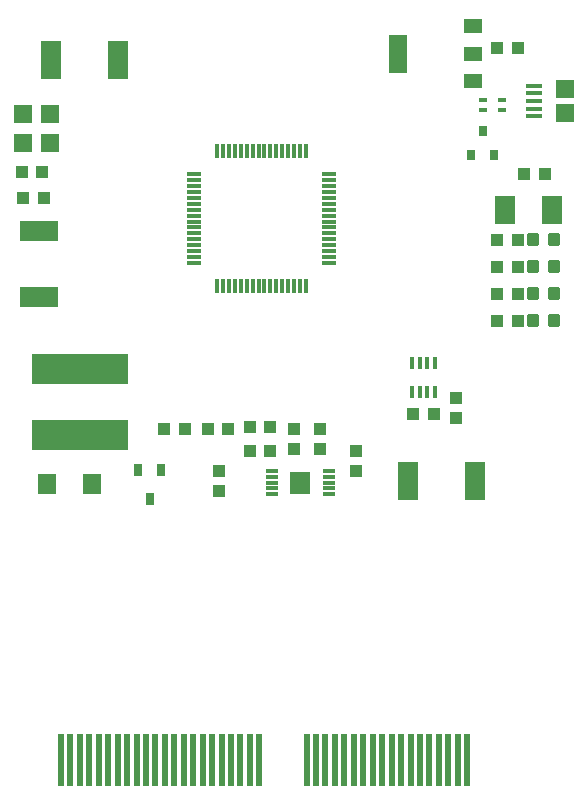
<source format=gtp>
G75*
%MOIN*%
%OFA0B0*%
%FSLAX25Y25*%
%IPPOS*%
%LPD*%
%AMOC8*
5,1,8,0,0,1.08239X$1,22.5*
%
%ADD10R,0.04331X0.03937*%
%ADD11R,0.07087X0.09449*%
%ADD12R,0.05906X0.06299*%
%ADD13R,0.03937X0.04331*%
%ADD14R,0.02756X0.01772*%
%ADD15R,0.03100X0.03500*%
%ADD16R,0.01181X0.04724*%
%ADD17R,0.04724X0.01181*%
%ADD18R,0.07087X0.12598*%
%ADD19R,0.12598X0.07087*%
%ADD20R,0.06102X0.05906*%
%ADD21R,0.05315X0.01575*%
%ADD22C,0.01181*%
%ADD23R,0.01772X0.03937*%
%ADD24R,0.06299X0.04724*%
%ADD25R,0.06299X0.12992*%
%ADD26R,0.06000X0.06600*%
%ADD27R,0.32283X0.10236*%
%ADD28R,0.03150X0.03937*%
%ADD29R,0.04000X0.01200*%
%ADD30R,0.06800X0.07500*%
%ADD31R,0.02362X0.17717*%
D10*
X0048971Y0217517D03*
X0055664Y0217517D03*
X0193680Y0142186D03*
X0193680Y0135494D03*
X0216334Y0216840D03*
X0223026Y0216840D03*
X0214026Y0258840D03*
X0207334Y0258840D03*
D11*
X0209708Y0204840D03*
X0225652Y0204840D03*
D12*
X0058208Y0226919D03*
X0049152Y0226919D03*
X0049152Y0236761D03*
X0058208Y0236761D03*
D13*
X0056026Y0208840D03*
X0049334Y0208840D03*
X0096334Y0131840D03*
X0103026Y0131840D03*
X0110834Y0131840D03*
X0117526Y0131840D03*
X0124834Y0132340D03*
X0131526Y0132340D03*
X0131526Y0124340D03*
X0124834Y0124340D03*
X0114680Y0117686D03*
X0114680Y0110994D03*
X0139680Y0124994D03*
X0139680Y0131686D03*
X0148180Y0131686D03*
X0148180Y0124994D03*
X0160180Y0124286D03*
X0160180Y0117594D03*
X0179334Y0136840D03*
X0186026Y0136840D03*
X0207334Y0167840D03*
X0214026Y0167840D03*
X0214026Y0176840D03*
X0207334Y0176840D03*
X0207334Y0185840D03*
X0214026Y0185840D03*
X0214026Y0194840D03*
X0207334Y0194840D03*
D14*
X0208731Y0238139D03*
X0208731Y0241289D03*
X0202629Y0241289D03*
X0202629Y0238139D03*
D15*
X0202380Y0231040D03*
X0198580Y0223040D03*
X0206180Y0223040D03*
D16*
X0143444Y0224478D03*
X0141475Y0224478D03*
X0139507Y0224478D03*
X0137538Y0224478D03*
X0135570Y0224478D03*
X0133601Y0224478D03*
X0131633Y0224478D03*
X0129664Y0224478D03*
X0127696Y0224478D03*
X0125727Y0224478D03*
X0123759Y0224478D03*
X0121790Y0224478D03*
X0119822Y0224478D03*
X0117853Y0224478D03*
X0115885Y0224478D03*
X0113916Y0224478D03*
X0113916Y0179202D03*
X0115885Y0179202D03*
X0117853Y0179202D03*
X0119822Y0179202D03*
X0121790Y0179202D03*
X0123759Y0179202D03*
X0125727Y0179202D03*
X0127696Y0179202D03*
X0129664Y0179202D03*
X0131633Y0179202D03*
X0133601Y0179202D03*
X0135570Y0179202D03*
X0137538Y0179202D03*
X0139507Y0179202D03*
X0141475Y0179202D03*
X0143444Y0179202D03*
D17*
X0151318Y0187076D03*
X0151318Y0189045D03*
X0151318Y0191013D03*
X0151318Y0192982D03*
X0151318Y0194950D03*
X0151318Y0196919D03*
X0151318Y0198887D03*
X0151318Y0200856D03*
X0151318Y0202824D03*
X0151318Y0204793D03*
X0151318Y0206761D03*
X0151318Y0208730D03*
X0151318Y0210698D03*
X0151318Y0212667D03*
X0151318Y0214635D03*
X0151318Y0216604D03*
X0106042Y0216604D03*
X0106042Y0214635D03*
X0106042Y0212667D03*
X0106042Y0210698D03*
X0106042Y0208730D03*
X0106042Y0206761D03*
X0106042Y0204793D03*
X0106042Y0202824D03*
X0106042Y0200856D03*
X0106042Y0198887D03*
X0106042Y0196919D03*
X0106042Y0194950D03*
X0106042Y0192982D03*
X0106042Y0191013D03*
X0106042Y0189045D03*
X0106042Y0187076D03*
D18*
X0080704Y0254840D03*
X0058656Y0254840D03*
X0177656Y0114340D03*
X0199704Y0114340D03*
D19*
X0054680Y0175816D03*
X0054680Y0197864D03*
D20*
X0229991Y0237053D03*
X0229991Y0244927D03*
D21*
X0219361Y0246108D03*
X0219361Y0243549D03*
X0219361Y0240990D03*
X0219361Y0238431D03*
X0219361Y0235872D03*
D22*
X0217849Y0196218D02*
X0217849Y0193462D01*
X0217849Y0196218D02*
X0220605Y0196218D01*
X0220605Y0193462D01*
X0217849Y0193462D01*
X0217849Y0194642D02*
X0220605Y0194642D01*
X0220605Y0195822D02*
X0217849Y0195822D01*
X0224755Y0196218D02*
X0224755Y0193462D01*
X0224755Y0196218D02*
X0227511Y0196218D01*
X0227511Y0193462D01*
X0224755Y0193462D01*
X0224755Y0194642D02*
X0227511Y0194642D01*
X0227511Y0195822D02*
X0224755Y0195822D01*
X0224755Y0187218D02*
X0224755Y0184462D01*
X0224755Y0187218D02*
X0227511Y0187218D01*
X0227511Y0184462D01*
X0224755Y0184462D01*
X0224755Y0185642D02*
X0227511Y0185642D01*
X0227511Y0186822D02*
X0224755Y0186822D01*
X0217849Y0187218D02*
X0217849Y0184462D01*
X0217849Y0187218D02*
X0220605Y0187218D01*
X0220605Y0184462D01*
X0217849Y0184462D01*
X0217849Y0185642D02*
X0220605Y0185642D01*
X0220605Y0186822D02*
X0217849Y0186822D01*
X0217849Y0178218D02*
X0217849Y0175462D01*
X0217849Y0178218D02*
X0220605Y0178218D01*
X0220605Y0175462D01*
X0217849Y0175462D01*
X0217849Y0176642D02*
X0220605Y0176642D01*
X0220605Y0177822D02*
X0217849Y0177822D01*
X0224755Y0178218D02*
X0224755Y0175462D01*
X0224755Y0178218D02*
X0227511Y0178218D01*
X0227511Y0175462D01*
X0224755Y0175462D01*
X0224755Y0176642D02*
X0227511Y0176642D01*
X0227511Y0177822D02*
X0224755Y0177822D01*
X0224755Y0169218D02*
X0224755Y0166462D01*
X0224755Y0169218D02*
X0227511Y0169218D01*
X0227511Y0166462D01*
X0224755Y0166462D01*
X0224755Y0167642D02*
X0227511Y0167642D01*
X0227511Y0168822D02*
X0224755Y0168822D01*
X0217849Y0169218D02*
X0217849Y0166462D01*
X0217849Y0169218D02*
X0220605Y0169218D01*
X0220605Y0166462D01*
X0217849Y0166462D01*
X0217849Y0167642D02*
X0220605Y0167642D01*
X0220605Y0168822D02*
X0217849Y0168822D01*
D23*
X0186519Y0153663D03*
X0183960Y0153663D03*
X0181400Y0153663D03*
X0178841Y0153663D03*
X0178841Y0144017D03*
X0181400Y0144017D03*
X0183960Y0144017D03*
X0186519Y0144017D03*
D24*
X0199278Y0247785D03*
X0199278Y0256840D03*
X0199278Y0265895D03*
D25*
X0174082Y0256840D03*
D26*
X0072080Y0113340D03*
X0057280Y0113340D03*
D27*
X0068180Y0129816D03*
X0068180Y0151864D03*
D28*
X0087640Y0117964D03*
X0095120Y0117964D03*
X0091380Y0108516D03*
D29*
X0132230Y0109900D03*
X0132230Y0111870D03*
X0132230Y0113840D03*
X0132230Y0115810D03*
X0132230Y0117780D03*
X0151130Y0117780D03*
X0151130Y0115810D03*
X0151130Y0113840D03*
X0151130Y0111870D03*
X0151130Y0109900D03*
D30*
X0141680Y0113840D03*
D31*
X0061830Y0021289D03*
X0064979Y0021289D03*
X0068129Y0021289D03*
X0071278Y0021289D03*
X0074428Y0021289D03*
X0077578Y0021289D03*
X0080727Y0021289D03*
X0083877Y0021289D03*
X0087026Y0021289D03*
X0090176Y0021289D03*
X0093326Y0021289D03*
X0096475Y0021289D03*
X0099625Y0021289D03*
X0102774Y0021289D03*
X0105924Y0021289D03*
X0109074Y0021289D03*
X0112223Y0021289D03*
X0115373Y0021289D03*
X0118523Y0021289D03*
X0121672Y0021289D03*
X0124822Y0021289D03*
X0127971Y0021289D03*
X0143719Y0021289D03*
X0146869Y0021289D03*
X0150019Y0021289D03*
X0153168Y0021289D03*
X0156318Y0021289D03*
X0159467Y0021289D03*
X0162617Y0021289D03*
X0165767Y0021289D03*
X0168916Y0021289D03*
X0172066Y0021289D03*
X0175215Y0021289D03*
X0178365Y0021289D03*
X0181515Y0021289D03*
X0184664Y0021289D03*
X0187814Y0021289D03*
X0190963Y0021289D03*
X0194113Y0021289D03*
X0197263Y0021289D03*
M02*

</source>
